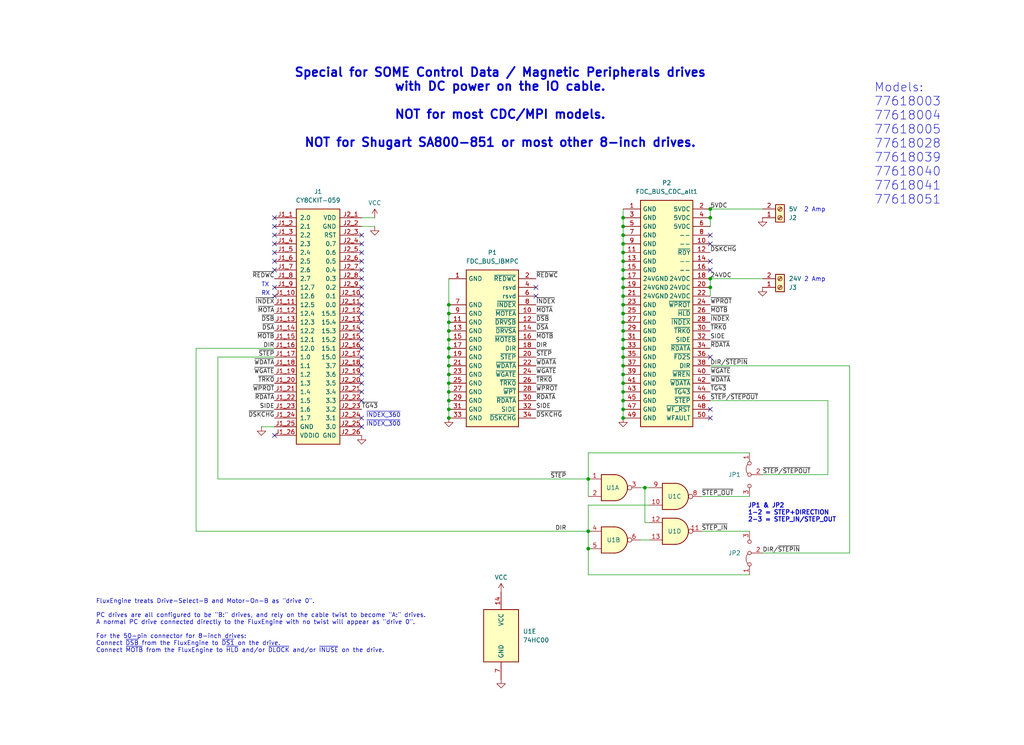
<source format=kicad_sch>
(kicad_sch (version 20231120) (generator "eeschema") (generator_version "8.0")
  (paper "User" 298.45 217.322)
  (title_block (title "FluxEngine_Hat for PC and CDC ALT1") (date "2024-04-25") (rev "002") (company "Brian K. White - b.kenyon.w@gmail.com") (comment 1 "CC BY-SA") (comment 2 "github.com/bkw777/FluxEngine_Kit"))
  (lib_symbols
    (symbol "000_LOCAL:CY8CKIT-059" (pin_names (offset 1.016))
      (property "Reference" "J" (at 0 34.29 0))
      (property "Value" "CY8CKIT-059" (at 0 -37.084 0))
      (symbol "CY8CKIT-059_1_1"
        (rectangle (start -6.35 33.02) (end 6.35 -35.56) (stroke (width 0.254)) (fill (type background)))
        (pin passive line (at -12.7 30.48 0) (length 6.35) (name "2.0") (number "J1_1"))
        (pin passive line (at -12.7 7.62 0) (length 6.35) (name "12.6") (number "J1_10"))
        (pin passive line (at -12.7 5.08 0) (length 6.35) (name "12.5") (number "J1_11"))
        (pin passive line (at -12.7 2.54 0) (length 6.35) (name "12.4") (number "J1_12"))
        (pin passive line (at -12.7 0 0) (length 6.35) (name "12.3") (number "J1_13"))
        (pin passive line (at -12.7 -2.54 0) (length 6.35) (name "12.2") (number "J1_14"))
        (pin passive line (at -12.7 -5.08 0) (length 6.35) (name "12.1") (number "J1_15"))
        (pin passive line (at -12.7 -7.62 0) (length 6.35) (name "12.0") (number "J1_16"))
        (pin passive line (at -12.7 -10.16 0) (length 6.35) (name "1.0") (number "J1_17"))
        (pin passive line (at -12.7 -12.7 0) (length 6.35) (name "1.1") (number "J1_18"))
        (pin passive line (at -12.7 -15.24 0) (length 6.35) (name "1.2") (number "J1_19"))
        (pin passive line (at -12.7 27.94 0) (length 6.35) (name "2.1") (number "J1_2"))
        (pin passive line (at -12.7 -17.78 0) (length 6.35) (name "1.3") (number "J1_20"))
        (pin passive line (at -12.7 -20.32 0) (length 6.35) (name "1.4") (number "J1_21"))
        (pin passive line (at -12.7 -22.86 0) (length 6.35) (name "1.5") (number "J1_22"))
        (pin passive line (at -12.7 -25.4 0) (length 6.35) (name "1.6") (number "J1_23"))
        (pin passive line (at -12.7 -27.94 0) (length 6.35) (name "1.7") (number "J1_24"))
        (pin passive line (at -12.7 -30.48 0) (length 6.35) (name "GND") (number "J1_25"))
        (pin passive line (at -12.7 -33.02 0) (length 6.35) (name "VDDIO") (number "J1_26"))
        (pin passive line (at -12.7 25.4 0) (length 6.35) (name "2.2") (number "J1_3"))
        (pin passive line (at -12.7 22.86 0) (length 6.35) (name "2.3") (number "J1_4"))
        (pin passive line (at -12.7 20.32 0) (length 6.35) (name "2.4") (number "J1_5"))
        (pin passive line (at -12.7 17.78 0) (length 6.35) (name "2.5") (number "J1_6"))
        (pin passive line (at -12.7 15.24 0) (length 6.35) (name "2.6") (number "J1_7"))
        (pin passive line (at -12.7 12.7 0) (length 6.35) (name "2.7") (number "J1_8"))
        (pin passive line (at -12.7 10.16 0) (length 6.35) (name "12.7") (number "J1_9"))
        (pin passive line (at 12.7 30.48 180) (length 6.35) (name "VDD") (number "J2_1"))
        (pin passive line (at 12.7 7.62 180) (length 6.35) (name "0.1") (number "J2_10"))
        (pin passive line (at 12.7 5.08 180) (length 6.35) (name "0.0") (number "J2_11"))
        (pin passive line (at 12.7 2.54 180) (length 6.35) (name "15.5") (number "J2_12"))
        (pin passive line (at 12.7 0 180) (length 6.35) (name "15.4") (number "J2_13"))
        (pin passive line (at 12.7 -2.54 180) (length 6.35) (name "15.3") (number "J2_14"))
        (pin passive line (at 12.7 -5.08 180) (length 6.35) (name "15.2") (number "J2_15"))
        (pin passive line (at 12.7 -7.62 180) (length 6.35) (name "15.1") (number "J2_16"))
        (pin passive line (at 12.7 -10.16 180) (length 6.35) (name "15.0") (number "J2_17"))
        (pin passive line (at 12.7 -12.7 180) (length 6.35) (name "3.7") (number "J2_18"))
        (pin passive line (at 12.7 -15.24 180) (length 6.35) (name "3.6") (number "J2_19"))
        (pin passive line (at 12.7 27.94 180) (length 6.35) (name "GND") (number "J2_2"))
        (pin passive line (at 12.7 -17.78 180) (length 6.35) (name "3.5") (number "J2_20"))
        (pin passive line (at 12.7 -20.32 180) (length 6.35) (name "3.4") (number "J2_21"))
        (pin passive line (at 12.7 -22.86 180) (length 6.35) (name "3.3") (number "J2_22"))
        (pin passive line (at 12.7 -25.4 180) (length 6.35) (name "3.2") (number "J2_23"))
        (pin passive line (at 12.7 -27.94 180) (length 6.35) (name "3.1") (number "J2_24"))
        (pin passive line (at 12.7 -30.48 180) (length 6.35) (name "3.0") (number "J2_25"))
        (pin passive line (at 12.7 -33.02 180) (length 6.35) (name "GND") (number "J2_26"))
        (pin passive line (at 12.7 25.4 180) (length 6.35) (name "RST") (number "J2_3"))
        (pin passive line (at 12.7 22.86 180) (length 6.35) (name "0.7") (number "J2_4"))
        (pin passive line (at 12.7 20.32 180) (length 6.35) (name "0.6") (number "J2_5"))
        (pin passive line (at 12.7 17.78 180) (length 6.35) (name "0.5") (number "J2_6"))
        (pin passive line (at 12.7 15.24 180) (length 6.35) (name "0.4") (number "J2_7"))
        (pin passive line (at 12.7 12.7 180) (length 6.35) (name "0.3") (number "J2_8"))
        (pin passive line (at 12.7 10.16 180) (length 6.35) (name "0.2") (number "J2_9"))
      )
    )
    (symbol "000_LOCAL:FDC_BUS_CDC_alt1" (pin_names (offset 0.635))
      (property "Reference" "J" (at 0 31.75 0))
      (property "Value" "FDC_BUS_CDC_alt1" (at 0 -37.084 0))
      (symbol "FDC_BUS_CDC_alt1_1_1"
        (rectangle (start -7.62 30.48) (end 7.62 -35.56) (stroke (width 0.254)) (fill (type background)))
        (pin passive line (at -12.7 27.94 0) (length 5.08) (name "GND") (number "1"))
        (pin passive line (at 12.7 17.78 180) (length 5.08) (name "--") (number "10"))
        (pin passive line (at -12.7 15.24 0) (length 5.08) (name "GND") (number "11"))
        (pin passive line (at 12.7 15.24 180) (length 5.08) (name "~{RDY}") (number "12"))
        (pin passive line (at -12.7 12.7 0) (length 5.08) (name "GND") (number "13"))
        (pin passive line (at 12.7 12.7 180) (length 5.08) (name "--") (number "14"))
        (pin passive line (at -12.7 10.16 0) (length 5.08) (name "GND") (number "15"))
        (pin passive line (at 12.7 10.16 180) (length 5.08) (name "--") (number "16"))
        (pin passive line (at -12.7 7.62 0) (length 5.08) (name "24VGND") (number "17"))
        (pin passive line (at 12.7 7.62 180) (length 5.08) (name "24VDC") (number "18"))
        (pin passive line (at -12.7 5.08 0) (length 5.08) (name "24VGND") (number "19"))
        (pin passive line (at 12.7 27.94 180) (length 5.08) (name "5VDC") (number "2"))
        (pin passive line (at 12.7 5.08 180) (length 5.08) (name "24VDC") (number "20"))
        (pin passive line (at -12.7 2.54 0) (length 5.08) (name "24VGND") (number "21"))
        (pin passive line (at 12.7 2.54 180) (length 5.08) (name "24VDC") (number "22"))
        (pin passive line (at -12.7 0 0) (length 5.08) (name "GND") (number "23"))
        (pin passive line (at 12.7 0 180) (length 5.08) (name "~{WPROT}") (number "24"))
        (pin passive line (at -12.7 -2.54 0) (length 5.08) (name "GND") (number "25"))
        (pin passive line (at 12.7 -2.54 180) (length 5.08) (name "~{HLD}") (number "26"))
        (pin passive line (at -12.7 -5.08 0) (length 5.08) (name "GND") (number "27"))
        (pin passive line (at 12.7 -5.08 180) (length 5.08) (name "~{INDEX}") (number "28"))
        (pin passive line (at -12.7 -7.62 0) (length 5.08) (name "GND") (number "29"))
        (pin passive line (at -12.7 25.4 0) (length 5.08) (name "GND") (number "3"))
        (pin passive line (at 12.7 -7.62 180) (length 5.08) (name "~{TRK0}") (number "30"))
        (pin passive line (at -12.7 -10.16 0) (length 5.08) (name "GND") (number "31"))
        (pin passive line (at 12.7 -10.16 180) (length 5.08) (name "SIDE") (number "32"))
        (pin passive line (at -12.7 -12.7 0) (length 5.08) (name "GND") (number "33"))
        (pin passive line (at 12.7 -12.7 180) (length 5.08) (name "~{RDATA}") (number "34"))
        (pin passive line (at -12.7 -15.24 0) (length 5.08) (name "GND") (number "35"))
        (pin passive line (at 12.7 -15.24 180) (length 5.08) (name "~{FD2S}") (number "36"))
        (pin passive line (at -12.7 -17.78 0) (length 5.08) (name "GND") (number "37"))
        (pin passive line (at 12.7 -17.78 180) (length 5.08) (name "DIR") (number "38"))
        (pin passive line (at -12.7 -20.32 0) (length 5.08) (name "GND") (number "39"))
        (pin passive line (at 12.7 25.4 180) (length 5.08) (name "5VDC") (number "4"))
        (pin passive line (at 12.7 -20.32 180) (length 5.08) (name "~{WREN}") (number "40"))
        (pin passive line (at -12.7 -22.86 0) (length 5.08) (name "GND") (number "41"))
        (pin passive line (at 12.7 -22.86 180) (length 5.08) (name "~{WDATA}") (number "42"))
        (pin passive line (at -12.7 -25.4 0) (length 5.08) (name "GND") (number "43"))
        (pin passive line (at 12.7 -25.4 180) (length 5.08) (name "~{TG43}") (number "44"))
        (pin passive line (at -12.7 -27.94 0) (length 5.08) (name "GND") (number "45"))
        (pin passive line (at 12.7 -27.94 180) (length 5.08) (name "~{STEP}") (number "46"))
        (pin passive line (at -12.7 -30.48 0) (length 5.08) (name "GND") (number "47"))
        (pin passive line (at 12.7 -30.48 180) (length 5.08) (name "~{WF_RST}") (number "48"))
        (pin passive line (at -12.7 -33.02 0) (length 5.08) (name "GND") (number "49"))
        (pin passive line (at -12.7 22.86 0) (length 5.08) (name "GND") (number "5"))
        (pin passive line (at 12.7 -33.02 180) (length 5.08) (name "WFAULT") (number "50"))
        (pin passive line (at 12.7 22.86 180) (length 5.08) (name "5VDC") (number "6"))
        (pin passive line (at -12.7 20.32 0) (length 5.08) (name "GND") (number "7"))
        (pin passive line (at 12.7 20.32 180) (length 5.08) (name "--") (number "8"))
        (pin passive line (at -12.7 17.78 0) (length 5.08) (name "GND") (number "9"))
      )
    )
    (symbol "000_LOCAL:FDC_BUS_IBMPC" (pin_names (offset 0.635))
      (property "Reference" "J" (at 0 24.13 0))
      (property "Value" "FDC_BUS_IBMPC" (at 0 -24.13 0))
      (symbol "FDC_BUS_IBMPC_1_1"
        (rectangle (start -7.62 22.86) (end 7.62 -22.86) (stroke (width 0.254)) (fill (type background)))
        (pin passive line (at -12.7 20.32 0) (length 5.08) (name "GND") (number "1"))
        (pin passive line (at 12.7 10.16 180) (length 5.08) (name "~{MOTEA}") (number "10"))
        (pin passive line (at -12.7 7.62 0) (length 5.08) (name "GND") (number "11"))
        (pin passive line (at 12.7 7.62 180) (length 5.08) (name "~{DRVSB}") (number "12"))
        (pin passive line (at -12.7 5.08 0) (length 5.08) (name "GND") (number "13"))
        (pin passive line (at 12.7 5.08 180) (length 5.08) (name "~{DRVSA}") (number "14"))
        (pin passive line (at -12.7 2.54 0) (length 5.08) (name "GND") (number "15"))
        (pin passive line (at 12.7 2.54 180) (length 5.08) (name "~{MOTEB}") (number "16"))
        (pin passive line (at -12.7 0 0) (length 5.08) (name "GND") (number "17"))
        (pin passive line (at 12.7 0 180) (length 5.08) (name "DIR") (number "18"))
        (pin passive line (at -12.7 -2.54 0) (length 5.08) (name "GND") (number "19"))
        (pin passive line (at 12.7 20.32 180) (length 5.08) (name "~{REDWC}") (number "2"))
        (pin passive line (at 12.7 -2.54 180) (length 5.08) (name "~{STEP}") (number "20"))
        (pin passive line (at -12.7 -5.08 0) (length 5.08) (name "GND") (number "21"))
        (pin passive line (at 12.7 -5.08 180) (length 5.08) (name "~{WDATA}") (number "22"))
        (pin passive line (at -12.7 -7.62 0) (length 5.08) (name "GND") (number "23"))
        (pin passive line (at 12.7 -7.62 180) (length 5.08) (name "~{WGATE}") (number "24"))
        (pin passive line (at -12.7 -10.16 0) (length 5.08) (name "GND") (number "25"))
        (pin passive line (at 12.7 -10.16 180) (length 5.08) (name "~{TRK0}") (number "26"))
        (pin passive line (at -12.7 -12.7 0) (length 5.08) (name "GND") (number "27"))
        (pin passive line (at 12.7 -12.7 180) (length 5.08) (name "~{WPT}") (number "28"))
        (pin passive line (at -12.7 -15.24 0) (length 5.08) (name "GND") (number "29"))
        (pin passive line (at 12.7 -15.24 180) (length 5.08) (name "~{RDATA}") (number "30"))
        (pin passive line (at -12.7 -17.78 0) (length 5.08) (name "GND") (number "31"))
        (pin passive line (at 12.7 -17.78 180) (length 5.08) (name "SIDE") (number "32"))
        (pin passive line (at -12.7 -20.32 0) (length 5.08) (name "GND") (number "33"))
        (pin passive line (at 12.7 -20.32 180) (length 5.08) (name "~{DSKCHG}") (number "34"))
        (pin passive line (at 12.7 17.78 180) (length 5.08) (name "rsvd") (number "4"))
        (pin passive line (at 12.7 15.24 180) (length 5.08) (name "rsvd") (number "6"))
        (pin passive line (at -12.7 12.7 0) (length 5.08) (name "GND") (number "7"))
        (pin passive line (at 12.7 12.7 180) (length 5.08) (name "~{INDEX}") (number "8"))
        (pin passive line (at -12.7 10.16 0) (length 5.08) (name "GND") (number "9"))
      )
    )
    (symbol "000_LOCAL:Jumper_3_Bridged12" (pin_names (offset 0) hide) (exclude_from_sim yes) (in_bom no)
      (property "Reference" "JP" (at -2.54 -2.54 0))
      (property "Value" "Jumper_3_Bridged12" (at 0 2.794 0))
      (symbol "Jumper_3_Bridged12_0_0"
        (circle (center -3.302 0) (radius 0.508))
        (circle (center 0 0) (radius 0.508))
        (circle (center 3.302 0) (radius 0.508))
      )
      (symbol "Jumper_3_Bridged12_0_1"
        (arc (start -0.254 0.508) (mid -1.651 0.9912) (end -3.048 0.508))
        (polyline (pts (xy 0 -1.27) (xy 0 -0.508)))
      )
      (symbol "Jumper_3_Bridged12_1_1"
        (pin passive line (at -6.35 0 0) (length 2.54) (name "A") (number "1"))
        (pin passive line (at 0 -3.81 90) (length 2.54) (name "C") (number "2"))
        (pin passive line (at 6.35 0 180) (length 2.54) (name "B") (number "3"))
      )
    )
    (symbol "000_LOCAL:Screw_Terminal_01x02" (pin_names (offset 1.016) hide)
      (property "Reference" "J" (at 0 2.54 0))
      (property "Value" "Screw_Terminal_01x02" (at 0 -5.08 0))
      (symbol "Screw_Terminal_01x02_1_1"
        (rectangle (start -1.27 1.27) (end 1.27 -3.81) (stroke (width 0.254)) (fill (type background)))
        (circle (center 0 -2.54) (radius 0.635) (stroke (width 0.1524)))
        (polyline (pts (xy -0.5334 -2.2098) (xy 0.3302 -3.048)) (stroke (width 0.1524)))
        (polyline (pts (xy -0.5334 0.3302) (xy 0.3302 -0.508)) (stroke (width 0.1524)))
        (polyline (pts (xy -0.3556 -2.032) (xy 0.508 -2.8702)) (stroke (width 0.1524)))
        (polyline (pts (xy -0.3556 0.508) (xy 0.508 -0.3302)) (stroke (width 0.1524)))
        (circle (center 0 0) (radius 0.635) (stroke (width 0.1524)))
        (pin passive line (at -5.08 0 0) (length 3.81) (name "Pin_1") (number "1"))
        (pin passive line (at -5.08 -2.54 0) (length 3.81) (name "Pin_2") (number "2"))
      )
    )
    (symbol "74xx:74HC00" (pin_names (offset 1.016))
      (property "Reference" "U" (at 0 1.27 0))
      (property "Value" "74HC00" (at 0 -1.27 0))
      (symbol "74HC00_1_1"
        (arc (start 0 -3.81) (mid 3.7934 0) (end 0 3.81) (stroke (width 0.254)) (fill (type background)))
        (polyline (pts (xy 0 3.81) (xy -3.81 3.81) (xy -3.81 -3.81) (xy 0 -3.81)) (stroke (width 0.254)) (fill (type background)))
        (pin input line (at -7.62 2.54 0) (length 3.81) (name "~") (number "1"))
        (pin input line (at -7.62 -2.54 0) (length 3.81) (name "~") (number "2"))
        (pin output inverted (at 7.62 0 180) (length 3.81) (name "~") (number "3"))
      )
      (symbol "74HC00_1_2"
        (arc (start -3.81 -3.81) (mid -2.589 0) (end -3.81 3.81) (stroke (width 0.254)))
        (arc (start -0.6096 -3.81) (mid 2.1842 -2.5851) (end 3.81 0) (stroke (width 0.254)) (fill (type background)))
        (polyline (pts (xy -3.81 -3.81) (xy -0.635 -3.81)) (stroke (width 0.254)) (fill (type background)))
        (polyline (pts (xy -3.81 3.81) (xy -0.635 3.81)) (stroke (width 0.254)) (fill (type background)))
        (polyline (pts (xy -0.635 3.81) (xy -3.81 3.81) (xy -3.81 3.81) (xy -3.556 3.4036) (xy -3.0226 2.2606) (xy -2.6924 1.0414) (xy -2.6162 -0.254) (xy -2.7686 -1.4986) (xy -3.175 -2.7178) (xy -3.81 -3.81) (xy -3.81 -3.81) (xy -0.635 -3.81)) (stroke (width -25.4)) (fill (type background)))
        (arc (start 3.81 0) (mid 2.1915 2.5936) (end -0.6096 3.81) (stroke (width 0.254)) (fill (type background)))
        (pin input inverted (at -7.62 2.54 0) (length 4.318) (name "~") (number "1"))
        (pin input inverted (at -7.62 -2.54 0) (length 4.318) (name "~") (number "2"))
        (pin output line (at 7.62 0 180) (length 3.81) (name "~") (number "3"))
      )
      (symbol "74HC00_2_1"
        (arc (start 0 -3.81) (mid 3.7934 0) (end 0 3.81) (stroke (width 0.254)) (fill (type background)))
        (polyline (pts (xy 0 3.81) (xy -3.81 3.81) (xy -3.81 -3.81) (xy 0 -3.81)) (stroke (width 0.254)) (fill (type background)))
        (pin input line (at -7.62 2.54 0) (length 3.81) (name "~") (number "4"))
        (pin input line (at -7.62 -2.54 0) (length 3.81) (name "~") (number "5"))
        (pin output inverted (at 7.62 0 180) (length 3.81) (name "~") (number "6"))
      )
      (symbol "74HC00_2_2"
        (arc (start -3.81 -3.81) (mid -2.589 0) (end -3.81 3.81) (stroke (width 0.254)))
        (arc (start -0.6096 -3.81) (mid 2.1842 -2.5851) (end 3.81 0) (stroke (width 0.254)) (fill (type background)))
        (polyline (pts (xy -3.81 -3.81) (xy -0.635 -3.81)) (stroke (width 0.254)) (fill (type background)))
        (polyline (pts (xy -3.81 3.81) (xy -0.635 3.81)) (stroke (width 0.254)) (fill (type background)))
        (polyline (pts (xy -0.635 3.81) (xy -3.81 3.81) (xy -3.81 3.81) (xy -3.556 3.4036) (xy -3.0226 2.2606) (xy -2.6924 1.0414) (xy -2.6162 -0.254) (xy -2.7686 -1.4986) (xy -3.175 -2.7178) (xy -3.81 -3.81) (xy -3.81 -3.81) (xy -0.635 -3.81)) (stroke (width -25.4)) (fill (type background)))
        (arc (start 3.81 0) (mid 2.1915 2.5936) (end -0.6096 3.81) (stroke (width 0.254)) (fill (type background)))
        (pin input inverted (at -7.62 2.54 0) (length 4.318) (name "~") (number "4"))
        (pin input inverted (at -7.62 -2.54 0) (length 4.318) (name "~") (number "5"))
        (pin output line (at 7.62 0 180) (length 3.81) (name "~") (number "6"))
      )
      (symbol "74HC00_3_1"
        (arc (start 0 -3.81) (mid 3.7934 0) (end 0 3.81) (stroke (width 0.254)) (fill (type background)))
        (polyline (pts (xy 0 3.81) (xy -3.81 3.81) (xy -3.81 -3.81) (xy 0 -3.81)) (stroke (width 0.254)) (fill (type background)))
        (pin input line (at -7.62 -2.54 0) (length 3.81) (name "~") (number "10"))
        (pin output inverted (at 7.62 0 180) (length 3.81) (name "~") (number "8"))
        (pin input line (at -7.62 2.54 0) (length 3.81) (name "~") (number "9"))
      )
      (symbol "74HC00_3_2"
        (arc (start -3.81 -3.81) (mid -2.589 0) (end -3.81 3.81) (stroke (width 0.254)))
        (arc (start -0.6096 -3.81) (mid 2.1842 -2.5851) (end 3.81 0) (stroke (width 0.254)) (fill (type background)))
        (polyline (pts (xy -3.81 -3.81) (xy -0.635 -3.81)) (stroke (width 0.254)) (fill (type background)))
        (polyline (pts (xy -3.81 3.81) (xy -0.635 3.81)) (stroke (width 0.254)) (fill (type background)))
        (polyline (pts (xy -0.635 3.81) (xy -3.81 3.81) (xy -3.81 3.81) (xy -3.556 3.4036) (xy -3.0226 2.2606) (xy -2.6924 1.0414) (xy -2.6162 -0.254) (xy -2.7686 -1.4986) (xy -3.175 -2.7178) (xy -3.81 -3.81) (xy -3.81 -3.81) (xy -0.635 -3.81)) (stroke (width -25.4)) (fill (type background)))
        (arc (start 3.81 0) (mid 2.1915 2.5936) (end -0.6096 3.81) (stroke (width 0.254)) (fill (type background)))
        (pin input inverted (at -7.62 -2.54 0) (length 4.318) (name "~") (number "10"))
        (pin output line (at 7.62 0 180) (length 3.81) (name "~") (number "8"))
        (pin input inverted (at -7.62 2.54 0) (length 4.318) (name "~") (number "9"))
      )
      (symbol "74HC00_4_1"
        (arc (start 0 -3.81) (mid 3.7934 0) (end 0 3.81) (stroke (width 0.254)) (fill (type background)))
        (polyline (pts (xy 0 3.81) (xy -3.81 3.81) (xy -3.81 -3.81) (xy 0 -3.81)) (stroke (width 0.254)) (fill (type background)))
        (pin output inverted (at 7.62 0 180) (length 3.81) (name "~") (number "11"))
        (pin input line (at -7.62 2.54 0) (length 3.81) (name "~") (number "12"))
        (pin input line (at -7.62 -2.54 0) (length 3.81) (name "~") (number "13"))
      )
      (symbol "74HC00_4_2"
        (arc (start -3.81 -3.81) (mid -2.589 0) (end -3.81 3.81) (stroke (width 0.254)))
        (arc (start -0.6096 -3.81) (mid 2.1842 -2.5851) (end 3.81 0) (stroke (width 0.254)) (fill (type background)))
        (polyline (pts (xy -3.81 -3.81) (xy -0.635 -3.81)) (stroke (width 0.254)) (fill (type background)))
        (polyline (pts (xy -3.81 3.81) (xy -0.635 3.81)) (stroke (width 0.254)) (fill (type background)))
        (polyline (pts (xy -0.635 3.81) (xy -3.81 3.81) (xy -3.81 3.81) (xy -3.556 3.4036) (xy -3.0226 2.2606) (xy -2.6924 1.0414) (xy -2.6162 -0.254) (xy -2.7686 -1.4986) (xy -3.175 -2.7178) (xy -3.81 -3.81) (xy -3.81 -3.81) (xy -0.635 -3.81)) (stroke (width -25.4)) (fill (type background)))
        (arc (start 3.81 0) (mid 2.1915 2.5936) (end -0.6096 3.81) (stroke (width 0.254)) (fill (type background)))
        (pin output line (at 7.62 0 180) (length 3.81) (name "~") (number "11"))
        (pin input inverted (at -7.62 2.54 0) (length 4.318) (name "~") (number "12"))
        (pin input inverted (at -7.62 -2.54 0) (length 4.318) (name "~") (number "13"))
      )
      (symbol "74HC00_5_0"
        (pin power_in line (at 0 12.7 270) (length 5.08) (name "VCC") (number "14"))
        (pin power_in line (at 0 -12.7 90) (length 5.08) (name "GND") (number "7"))
      )
      (symbol "74HC00_5_1"
        (rectangle (start -5.08 7.62) (end 5.08 -7.62) (stroke (width 0.254)) (fill (type background)))
      )
    )
    (symbol "power:GND" (power) (pin_numbers hide) (pin_names (offset 0) hide)
      (property "Value" "GND" (at 0 -3.81 0))
      (symbol "GND_0_1"
        (polyline (pts (xy 0 0) (xy 0 -1.27) (xy 1.27 -1.27) (xy 0 -2.54) (xy -1.27 -1.27) (xy 0 -1.27)))
      )
      (symbol "GND_1_1"
        (pin power_in line (at 0 0 270) (length 0) (name "~") (number "1"))
      )
    )
    (symbol "power:VCC" (power) (pin_numbers hide) (pin_names (offset 0) hide)
      (property "Value" "VCC" (at 0 3.556 0))
      (symbol "VCC_0_1"
        (polyline (pts (xy -0.762 1.27) (xy 0 2.54)))
        (polyline (pts (xy 0 0) (xy 0 2.54)))
        (polyline (pts (xy 0 2.54) (xy 0.762 1.27)))
      )
      (symbol "VCC_1_1"
        (pin power_in line (at 0 0 90) (length 0) (name "~") (number "1"))
      )
    )
  )
  (junction (at 181.61 91.44))
  (junction (at 130.81 96.52))
  (junction (at 171.45 139.7))
  (junction (at 181.61 88.9))
  (junction (at 181.61 99.06))
  (junction (at 207.01 60.96))
  (junction (at 130.81 101.6))
  (junction (at 181.61 71.12))
  (junction (at 181.61 121.92))
  (junction (at 130.81 119.38))
  (junction (at 181.61 86.36))
  (junction (at 130.81 109.22))
  (junction (at 181.61 68.58))
  (junction (at 207.01 81.28))
  (junction (at 181.61 76.2))
  (junction (at 207.01 63.5))
  (junction (at 130.81 91.44))
  (junction (at 207.01 83.82))
  (junction (at 181.61 109.22))
  (junction (at 130.81 114.3))
  (junction (at 181.61 66.04))
  (junction (at 130.81 116.84))
  (junction (at 130.81 121.92))
  (junction (at 171.45 160.02))
  (junction (at 130.81 104.14))
  (junction (at 181.61 73.66))
  (junction (at 181.61 104.14))
  (junction (at 181.61 81.28))
  (junction (at 130.81 106.68))
  (junction (at 181.61 96.52))
  (junction (at 130.81 99.06))
  (junction (at 181.61 116.84))
  (junction (at 181.61 111.76))
  (junction (at 181.61 83.82))
  (junction (at 130.81 93.98))
  (junction (at 171.45 154.94))
  (junction (at 181.61 101.6))
  (junction (at 130.81 88.9))
  (junction (at 181.61 63.5))
  (junction (at 181.61 93.98))
  (junction (at 181.61 119.38))
  (junction (at 181.61 114.3))
  (junction (at 181.61 106.68))
  (junction (at 130.81 111.76))
  (junction (at 187.96 142.24))
  (junction (at 181.61 78.74))
  (no_connect (at 80.01 71.12))
  (no_connect (at 80.01 78.74))
  (no_connect (at 207.01 68.58))
  (no_connect (at 80.01 76.2))
  (no_connect (at 207.01 76.2))
  (no_connect (at 80.01 83.82))
  (no_connect (at 80.01 68.58))
  (no_connect (at 80.01 86.36))
  (no_connect (at 105.41 124.46))
  (no_connect (at 207.01 71.12))
  (no_connect (at 80.01 63.5))
  (no_connect (at 105.41 68.58))
  (no_connect (at 207.01 104.14))
  (no_connect (at 105.41 106.68))
  (no_connect (at 105.41 86.36))
  (no_connect (at 105.41 121.92))
  (no_connect (at 105.41 109.22))
  (no_connect (at 207.01 78.74))
  (no_connect (at 105.41 83.82))
  (no_connect (at 105.41 71.12))
  (no_connect (at 105.41 93.98))
  (no_connect (at 207.01 121.92))
  (no_connect (at 80.01 127))
  (no_connect (at 105.41 101.6))
  (no_connect (at 105.41 111.76))
  (no_connect (at 105.41 73.66))
  (no_connect (at 105.41 81.28))
  (no_connect (at 105.41 76.2))
  (no_connect (at 105.41 116.84))
  (no_connect (at 105.41 78.74))
  (no_connect (at 105.41 104.14))
  (no_connect (at 105.41 96.52))
  (no_connect (at 80.01 66.04))
  (no_connect (at 105.41 99.06))
  (no_connect (at 207.01 119.38))
  (no_connect (at 105.41 114.3))
  (no_connect (at 105.41 91.44))
  (no_connect (at 80.01 73.66))
  (no_connect (at 156.21 83.82))
  (no_connect (at 156.21 86.36))
  (no_connect (at 105.41 88.9))
  (wire (pts (xy 181.61 81.28) (xy 181.61 83.82)))
  (wire (pts (xy 207.01 60.96) (xy 222.25 60.96)))
  (wire (pts (xy 63.5 104.14) (xy 63.5 139.7)))
  (wire (pts (xy 181.61 109.22) (xy 181.61 111.76)))
  (wire (pts (xy 181.61 73.66) (xy 181.61 76.2)))
  (wire (pts (xy 181.61 63.5) (xy 181.61 66.04)))
  (wire (pts (xy 207.01 83.82) (xy 207.01 86.36)))
  (wire (pts (xy 130.81 116.84) (xy 130.81 119.38)))
  (wire (pts (xy 181.61 96.52) (xy 181.61 99.06)))
  (wire (pts (xy 130.81 81.28) (xy 130.81 88.9)))
  (wire (pts (xy 130.81 119.38) (xy 130.81 121.92)))
  (wire (pts (xy 105.41 66.04) (xy 109.22 66.04)))
  (wire (pts (xy 204.47 144.78) (xy 218.44 144.78)))
  (wire (pts (xy 181.61 88.9) (xy 181.61 91.44)))
  (wire (pts (xy 171.45 160.02) (xy 171.45 167.64)))
  (wire (pts (xy 207.01 81.28) (xy 222.25 81.28)))
  (wire (pts (xy 63.5 139.7) (xy 171.45 139.7)))
  (wire (pts (xy 181.61 99.06) (xy 181.61 101.6)))
  (wire (pts (xy 130.81 114.3) (xy 130.81 116.84)))
  (wire (pts (xy 187.96 152.4) (xy 189.23 152.4)))
  (wire (pts (xy 171.45 154.94) (xy 171.45 160.02)))
  (wire (pts (xy 130.81 106.68) (xy 130.81 109.22)))
  (wire (pts (xy 80.01 124.46) (xy 76.2 124.46)))
  (wire (pts (xy 186.69 157.48) (xy 189.23 157.48)))
  (wire (pts (xy 187.96 142.24) (xy 189.23 142.24)))
  (wire (pts (xy 181.61 101.6) (xy 181.61 104.14)))
  (wire (pts (xy 57.15 101.6) (xy 57.15 154.94)))
  (wire (pts (xy 171.45 139.7) (xy 171.45 132.08)))
  (wire (pts (xy 222.25 161.29) (xy 247.65 161.29)))
  (wire (pts (xy 171.45 132.08) (xy 218.44 132.08)))
  (wire (pts (xy 80.01 101.6) (xy 57.15 101.6)))
  (wire (pts (xy 207.01 63.5) (xy 207.01 66.04)))
  (wire (pts (xy 187.96 142.24) (xy 187.96 152.4)))
  (wire (pts (xy 171.45 154.94) (xy 171.45 147.32)))
  (wire (pts (xy 181.61 76.2) (xy 181.61 78.74)))
  (wire (pts (xy 130.81 99.06) (xy 130.81 101.6)))
  (wire (pts (xy 247.65 106.68) (xy 207.01 106.68)))
  (wire (pts (xy 181.61 86.36) (xy 181.61 88.9)))
  (wire (pts (xy 207.01 81.28) (xy 207.01 83.82)))
  (wire (pts (xy 181.61 104.14) (xy 181.61 106.68)))
  (wire (pts (xy 171.45 147.32) (xy 189.23 147.32)))
  (wire (pts (xy 181.61 68.58) (xy 181.61 71.12)))
  (wire (pts (xy 204.47 154.94) (xy 218.44 154.94)))
  (wire (pts (xy 181.61 91.44) (xy 181.61 93.98)))
  (wire (pts (xy 181.61 66.04) (xy 181.61 68.58)))
  (wire (pts (xy 130.81 111.76) (xy 130.81 114.3)))
  (wire (pts (xy 171.45 139.7) (xy 171.45 144.78)))
  (wire (pts (xy 181.61 93.98) (xy 181.61 96.52)))
  (wire (pts (xy 181.61 83.82) (xy 181.61 86.36)))
  (wire (pts (xy 222.25 138.43) (xy 241.3 138.43)))
  (wire (pts (xy 247.65 161.29) (xy 247.65 106.68)))
  (wire (pts (xy 186.69 142.24) (xy 187.96 142.24)))
  (wire (pts (xy 241.3 116.84) (xy 207.01 116.84)))
  (wire (pts (xy 181.61 71.12) (xy 181.61 73.66)))
  (wire (pts (xy 57.15 154.94) (xy 171.45 154.94)))
  (wire (pts (xy 181.61 119.38) (xy 181.61 121.92)))
  (wire (pts (xy 130.81 101.6) (xy 130.81 104.14)))
  (wire (pts (xy 181.61 106.68) (xy 181.61 109.22)))
  (wire (pts (xy 181.61 114.3) (xy 181.61 116.84)))
  (wire (pts (xy 130.81 109.22) (xy 130.81 111.76)))
  (wire (pts (xy 241.3 138.43) (xy 241.3 116.84)))
  (wire (pts (xy 130.81 104.14) (xy 130.81 106.68)))
  (wire (pts (xy 207.01 60.96) (xy 207.01 63.5)))
  (wire (pts (xy 80.01 104.14) (xy 63.5 104.14)))
  (wire (pts (xy 130.81 93.98) (xy 130.81 96.52)))
  (wire (pts (xy 181.61 60.96) (xy 181.61 63.5)))
  (wire (pts (xy 130.81 96.52) (xy 130.81 99.06)))
  (wire (pts (xy 181.61 78.74) (xy 181.61 81.28)))
  (wire (pts (xy 105.41 63.5) (xy 109.22 63.5)))
  (wire (pts (xy 130.81 88.9) (xy 130.81 91.44)))
  (wire (pts (xy 181.61 116.84) (xy 181.61 119.38)))
  (wire (pts (xy 171.45 167.64) (xy 218.44 167.64)))
  (wire (pts (xy 181.61 111.76) (xy 181.61 114.3)))
  (wire (pts (xy 130.81 91.44) (xy 130.81 93.98)))
  (text "FluxEngine treats Drive-Select-B and Motor-On-B as \"drive 0\".\n\nPC drives are all configured to be \"B:\" drives, and rely on the cable twist to become \"A:\" drives.\nA normal PC drive connected directly to the FluxEngine with no twist will appear as \"drive 0\".\n\nFor the 50-pin connector for 8-inch drives:\nConnect ~{DSB} from the FluxEngine to ~{DS1} on the drive.\nConnect ~{MOTB} from the FluxEngine to ~{HLD} and/or ~{DLOCK} and/or ~{INUSE} on the drive.\n" (at 27.94 190.5 0) (effects (font (size 1.27 1.27)) (justify left bottom)))
  (text "~{INDEX_300}" (at 106.68 124.46 0) (effects (font (size 1.2446 1.2446)) (justify left bottom)))
  (text "TX" (at 78.486 83.82 0) (effects (font (size 1.2446 1.2446)) (justify right bottom)))
  (text "Special for SOME Control Data / Magnetic Peripherals drives\nwith DC power on the IO cable.\n\nNOT for most CDC/MPI models.\n\nNOT for Shugart SA800-851 or most other 8-inch drives.\n" (at 145.796 31.496 0) (effects (font (size 2.54 2.54) (thickness 0.508) (bold yes))))
  (text "Models:\n77618003\n77618004\n77618005\n77618028\n77618039\n77618040\n77618041\n77618051\n" (at 254.762 24.13 0) (effects (font (size 2.54 2.54)) (justify left top)))
  (text "2 Amp" (at 237.49 61.214 0) (effects (font (size 1.27 1.27))))
  (text "RX" (at 78.74 86.36 0) (effects (font (size 1.2446 1.2446)) (justify right bottom)))
  (text "~{INDEX_360}" (at 106.68 121.92 0) (effects (font (size 1.2446 1.2446)) (justify left bottom)))
  (text "2 Amp" (at 237.49 81.534 0) (effects (font (size 1.27 1.27))))
  (text "JP1 & JP2\n1-2 = STEP+DIRECTION\n2-3 = STEP_IN/STEP_OUT" (at 217.932 149.606 0) (effects (font (size 1.27 1.27) (thickness 0.254) (bold yes)) (justify left)))
  (label "~{WDATA}" (at 156.21 106.68 0) (effects (font (size 1.2446 1.2446))))
  (label "~{WDATA}" (at 207.01 111.76 0) (effects (font (size 1.2446 1.2446))))
  (label "24VDC" (at 207.01 81.28 0))
  (label "~{REDWC}" (at 80.01 81.28 180) (effects (font (size 1.2446 1.2446))))
  (label "~{MOTB}" (at 207.01 91.44 0) (effects (font (size 1.2446 1.2446))))
  (label "~{DSKCHG}" (at 207.01 73.66 0) (effects (font (size 1.2446 1.2446))))
  (label "DIR{slash}~{STEPIN}" (at 222.25 161.29 0) (effects (font (size 1.2446 1.2446))))
  (label "~{TG43}" (at 207.01 114.3 0) (effects (font (size 1.2446 1.2446))))
  (label "~{WPROT}" (at 156.21 114.3 0) (effects (font (size 1.2446 1.2446))))
  (label "~{WGATE}" (at 156.21 109.22 0) (effects (font (size 1.2446 1.2446))))
  (label "~{WPROT}" (at 80.01 114.3 180) (effects (font (size 1.2446 1.2446))))
  (label "~{STEP}" (at 165.1 139.7 180) (effects (font (size 1.2446 1.2446))))
  (label "~{REDWC}" (at 156.21 81.28 0) (effects (font (size 1.2446 1.2446))))
  (label "~{DSB}" (at 156.21 93.98 0) (effects (font (size 1.2446 1.2446))))
  (label "~{STEP}{slash}~{STEPOUT}" (at 222.25 138.43 0) (effects (font (size 1.2446 1.2446))))
  (label "SIDE" (at 156.21 119.38 0) (effects (font (size 1.2446 1.2446))))
  (label "~{WDATA}" (at 80.01 106.68 180) (effects (font (size 1.2446 1.2446))))
  (label "~{TRK0}" (at 156.21 111.76 0) (effects (font (size 1.2446 1.2446))))
  (label "~{WPROT}" (at 207.01 88.9 0) (effects (font (size 1.2446 1.2446))))
  (label "~{MOTB}" (at 156.21 99.06 0) (effects (font (size 1.2446 1.2446))))
  (label "~{DSB}" (at 80.01 93.98 180) (effects (font (size 1.2446 1.2446))))
  (label "~{RDATA}" (at 156.21 116.84 0) (effects (font (size 1.2446 1.2446))))
  (label "~{DSA}" (at 80.01 96.52 180) (effects (font (size 1.2446 1.2446))))
  (label "~{MOTA}" (at 80.01 91.44 180) (effects (font (size 1.2446 1.2446))))
  (label "~{STEP_OUT}" (at 204.47 144.78 0))
  (label "~{WGATE}" (at 207.01 109.22 0) (effects (font (size 1.2446 1.2446))))
  (label "~{INDEX}" (at 207.01 93.98 0) (effects (font (size 1.2446 1.2446))))
  (label "~{STEP}" (at 156.21 104.14 0) (effects (font (size 1.2446 1.2446))))
  (label "~{DSA}" (at 156.21 96.52 0) (effects (font (size 1.2446 1.2446))))
  (label "~{STEP_IN}" (at 204.47 154.94 0))
  (label "~{TRK0}" (at 207.01 96.52 0) (effects (font (size 1.2446 1.2446))))
  (label "~{DSKCHG}" (at 80.01 121.92 180) (effects (font (size 1.2446 1.2446))))
  (label "~{STEP}" (at 80.01 104.14 180) (effects (font (size 1.2446 1.2446))))
  (label "SIDE" (at 80.01 119.38 180) (effects (font (size 1.2446 1.2446))))
  (label "~{DSKCHG}" (at 156.21 121.92 0) (effects (font (size 1.2446 1.2446))))
  (label "~{TRK0}" (at 80.01 111.76 180) (effects (font (size 1.2446 1.2446))))
  (label "~{RDATA}" (at 207.01 101.6 0) (effects (font (size 1.2446 1.2446))))
  (label "~{MOTA}" (at 156.21 91.44 0) (effects (font (size 1.2446 1.2446))))
  (label "~{STEP}{slash}~{STEPOUT}" (at 207.01 116.84 0) (effects (font (size 1.2446 1.2446))))
  (label "SIDE" (at 207.01 99.06 0) (effects (font (size 1.2446 1.2446))))
  (label "~{INDEX}" (at 156.21 88.9 0) (effects (font (size 1.2446 1.2446))))
  (label "DIR" (at 165.1 154.94 180) (effects (font (size 1.2446 1.2446))))
  (label "DIR" (at 80.01 101.6 180) (effects (font (size 1.2446 1.2446))))
  (label "~{WGATE}" (at 80.01 109.22 180) (effects (font (size 1.2446 1.2446))))
  (label "~{TG43}" (at 105.41 119.38 0) (effects (font (size 1.2446 1.2446))))
  (label "~{RDATA}" (at 80.01 116.84 180) (effects (font (size 1.2446 1.2446))))
  (label "5VDC" (at 207.01 60.96 0))
  (label "~{MOTB}" (at 80.01 99.06 180) (effects (font (size 1.2446 1.2446))))
  (label "DIR" (at 156.21 101.6 0) (effects (font (size 1.2446 1.2446))))
  (label "DIR{slash}~{STEPIN}" (at 207.01 106.68 0) (effects (font (size 1.2446 1.2446))))
  (label "~{INDEX}" (at 80.01 88.9 180) (effects (font (size 1.2446 1.2446))))
  (symbol (lib_id "000_LOCAL:Jumper_3_Bridged12") (at 218.44 161.29 90) (unit 1) (exclude_from_sim yes) (in_bom no)
    (property "Reference" "JP2" (at 215.9 161.2899 90) (effects (justify left)))
    (property "Value" "Jumper_3_Bridged12" (effects (hide yes)))
    (property "Footprint" "000_LOCAL:PinHeader_1x03_P2.54mm_Vertical" (effects (hide yes)))
    (property "Description" "Jumper, 3-pole, pins 1+2 closed/bridged" (effects (hide yes)))
  )
  (symbol (lib_id "power:GND") (at 146.05 198.12 0) (unit 1)
    (property "Reference" "#PWR010" (effects (hide yes)))
    (property "Value" "GND" (effects (hide yes)))
    (property "Description" "Power symbol creates a global label with name \"GND\" , ground" (effects (hide yes)))
  )
  (symbol (lib_id "74xx:74HC00") (at 196.85 144.78 0) (unit 3)
    (property "Reference" "U1" (at 196.596 144.78 0))
    (property "Value" "74HC00" (effects (hide yes)))
    (property "Footprint" "Package_SO:TSSOP-14_4.4x5mm_P0.65mm" (effects (hide yes)))
    (property "Datasheet" "http://www.ti.com/lit/gpn/sn74hc00" (effects (hide yes)))
    (property "Description" "quad 2-input NAND gate" (effects (hide yes)))
  )
  (symbol (lib_id "power:VCC") (at 146.05 172.72 0) (unit 1)
    (property "Reference" "#PWR09" (effects (hide yes)))
    (property "Value" "VCC" (at 146.05 168.402 0))
    (property "Description" "Power symbol creates a global label with name \"VCC\"" (effects (hide yes)))
  )
  (symbol (lib_id "000_LOCAL:Screw_Terminal_01x02") (at 227.33 63.5 0) (mirror x) (unit 1)
    (property "Reference" "J2" (at 229.87 63.5001 0) (effects (justify left)))
    (property "Value" "5V" (at 229.87 60.9601 0) (effects (justify left)))
    (property "Footprint" "000_LOCAL:ScrewTerminal_1x02_P3.5mm_vertical" (effects (hide yes)))
    (property "Description" "Generic screw terminal, single row, 01x02, script generated (kicad-library-utils/schlib/autogen/connector/)" (effects (hide yes)))
  )
  (symbol (lib_id "000_LOCAL:Jumper_3_Bridged12") (at 218.44 138.43 90) (mirror x) (unit 1) (exclude_from_sim yes) (in_bom no)
    (property "Reference" "JP1" (at 215.9 138.4301 90) (effects (justify left)))
    (property "Value" "Jumper_3_Bridged12" (effects (hide yes)))
    (property "Footprint" "000_LOCAL:PinHeader_1x03_P2.54mm_Vertical" (effects (hide yes)))
    (property "Description" "Jumper, 3-pole, pins 1+2 closed/bridged" (effects (hide yes)))
  )
  (symbol (lib_id "power:GND") (at 222.25 63.5 0) (unit 1)
    (property "Reference" "#PWR01" (effects (hide yes)))
    (property "Value" "GND" (effects (hide yes)))
    (property "Description" "Power symbol creates a global label with name \"GND\" , ground" (effects (hide yes)))
  )
  (symbol (lib_id "000_LOCAL:Screw_Terminal_01x02") (at 227.33 83.82 0) (mirror x) (unit 1)
    (property "Reference" "J3" (at 229.87 83.8201 0) (effects (justify left)))
    (property "Value" "24V" (at 229.87 81.2801 0) (effects (justify left)))
    (property "Footprint" "000_LOCAL:ScrewTerminal_1x02_P3.5mm_vertical" (effects (hide yes)))
    (property "Description" "Generic screw terminal, single row, 01x02, script generated (kicad-library-utils/schlib/autogen/connector/)" (effects (hide yes)))
  )
  (symbol (lib_id "power:GND") (at 222.25 83.82 0) (unit 1)
    (property "Reference" "#PWR03" (effects (hide yes)))
    (property "Value" "GND" (effects (hide yes)))
    (property "Description" "Power symbol creates a global label with name \"GND\" , ground" (effects (hide yes)))
  )
  (symbol (lib_id "74xx:74HC00") (at 196.85 154.94 0) (unit 4)
    (property "Reference" "U1" (at 196.596 154.94 0))
    (property "Value" "74HC00" (effects (hide yes)))
    (property "Footprint" "Package_SO:TSSOP-14_4.4x5mm_P0.65mm" (effects (hide yes)))
    (property "Datasheet" "http://www.ti.com/lit/gpn/sn74hc00" (effects (hide yes)))
    (property "Description" "quad 2-input NAND gate" (effects (hide yes)))
  )
  (symbol (lib_id "power:GND") (at 105.41 127 0) (unit 1)
    (property "Reference" "#PWR06" (effects (hide yes)))
    (property "Value" "GND" (effects (hide yes)))
    (property "Description" "Power symbol creates a global label with name \"GND\" , ground" (effects (hide yes)))
  )
  (symbol (lib_id "000_LOCAL:CY8CKIT-059") (at 92.71 93.98 0) (unit 1)
    (property "Reference" "J1" (at 92.71 55.88 0))
    (property "Value" "CY8CKIT-059" (at 92.71 58.42 0))
    (property "Footprint" "000_LOCAL:CY8CKIT-059 dry fit" (effects (hide yes)))
    (property "Datasheet" "datasheets/CY8CKIT-059.pdf" (effects (hide yes)))
    (property "Description" "Infineon Cypress CY8CKIT-059 Arm & CPLD eval board " (effects (hide yes)))
  )
  (symbol (lib_id "74xx:74HC00") (at 146.05 185.42 0) (unit 5)
    (property "Reference" "U1" (at 152.4 184.1499 0) (effects (justify left)))
    (property "Value" "74HC00" (at 152.4 186.6899 0) (effects (justify left)))
    (property "Footprint" "Package_SO:TSSOP-14_4.4x5mm_P0.65mm" (effects (hide yes)))
    (property "Datasheet" "http://www.ti.com/lit/gpn/sn74hc00" (effects (hide yes)))
    (property "Description" "quad 2-input NAND gate" (effects (hide yes)))
  )
  (symbol (lib_id "power:VCC") (at 109.22 63.5 0) (unit 1)
    (property "Reference" "#PWR05" (effects (hide yes)))
    (property "Value" "VCC" (at 109.22 59.182 0))
    (property "Description" "Power symbol creates a global label with name \"VCC\"" (effects (hide yes)))
  )
  (symbol (lib_id "74xx:74HC00") (at 179.07 142.24 0) (unit 1)
    (property "Reference" "U1" (at 178.562 142.24 0))
    (property "Value" "74HC00" (effects (hide yes)))
    (property "Footprint" "Package_SO:TSSOP-14_4.4x5mm_P0.65mm" (effects (hide yes)))
    (property "Datasheet" "http://www.ti.com/lit/gpn/sn74hc00" (effects (hide yes)))
    (property "Description" "quad 2-input NAND gate" (effects (hide yes)))
  )
  (symbol (lib_id "000_LOCAL:FDC_BUS_CDC_alt1") (at 194.31 88.9 0) (unit 1)
    (property "Reference" "P2" (at 194.31 53.34 0))
    (property "Value" "FDC_BUS_CDC_alt1" (at 194.31 55.88 0))
    (property "Footprint" "000_LOCAL:IDC-Header_2x25_P2.54mm_Latch_Vertical" (effects (hide yes)))
    (property "Datasheet" "datasheets/CDC_FDD_pinouts.png" (effects (hide yes)))
    (property "Description" "Control Data / Magnetic Peripherals \"APLT1\" floppy drive pinout for some CDC/MPI models with DC power on the IO cable" (effects (hide yes)))
  )
  (symbol (lib_id "74xx:74HC00") (at 179.07 157.48 0) (unit 2)
    (property "Reference" "U1" (at 178.816 157.48 0))
    (property "Value" "74HC00" (effects (hide yes)))
    (property "Footprint" "Package_SO:TSSOP-14_4.4x5mm_P0.65mm" (effects (hide yes)))
    (property "Datasheet" "http://www.ti.com/lit/gpn/sn74hc00" (effects (hide yes)))
    (property "Description" "quad 2-input NAND gate" (effects (hide yes)))
  )
  (symbol (lib_id "power:GND") (at 109.22 66.04 0) (mirror y) (unit 1)
    (property "Reference" "#PWR08" (effects (hide yes)))
    (property "Value" "GND" (effects (hide yes)))
    (property "Description" "Power symbol creates a global label with name \"GND\" , ground" (effects (hide yes)))
  )
  (symbol (lib_id "000_LOCAL:FDC_BUS_IBMPC") (at 143.51 101.6 0) (unit 1)
    (property "Reference" "P1" (at 143.51 73.66 0))
    (property "Value" "FDC_BUS_IBMPC" (at 143.51 76.2 0))
    (property "Footprint" "000_LOCAL:IDC-Header_2x17_P2.54mm_Latch_Vertical - FDD" (effects (hide yes)))
    (property "Datasheet" "datasheets/fdd-bus-interface-34p_5.25inch.png" (effects (hide yes)))
    (property "Description" "34-pin IBM PC floppy drive interface, host-side, pins 3 & 5 removed" (effects (hide yes)))
  )
  (symbol (lib_id "power:GND") (at 130.81 121.92 0) (unit 1)
    (property "Reference" "#PWR07" (effects (hide yes)))
    (property "Value" "GND" (effects (hide yes)))
    (property "Description" "Power symbol creates a global label with name \"GND\" , ground" (effects (hide yes)))
  )
  (symbol (lib_id "power:GND") (at 181.61 121.92 0) (unit 1)
    (property "Reference" "#PWR02" (effects (hide yes)))
    (property "Value" "GND" (effects (hide yes)))
    (property "Description" "Power symbol creates a global label with name \"GND\" , ground" (effects (hide yes)))
  )
  (symbol (lib_id "power:GND") (at 76.2 124.46 0) (mirror y) (unit 1)
    (property "Reference" "#PWR04" (effects (hide yes)))
    (property "Value" "GND" (effects (hide yes)))
    (property "Description" "Power symbol creates a global label with name \"GND\" , ground" (effects (hide yes)))
  )
)
</source>
